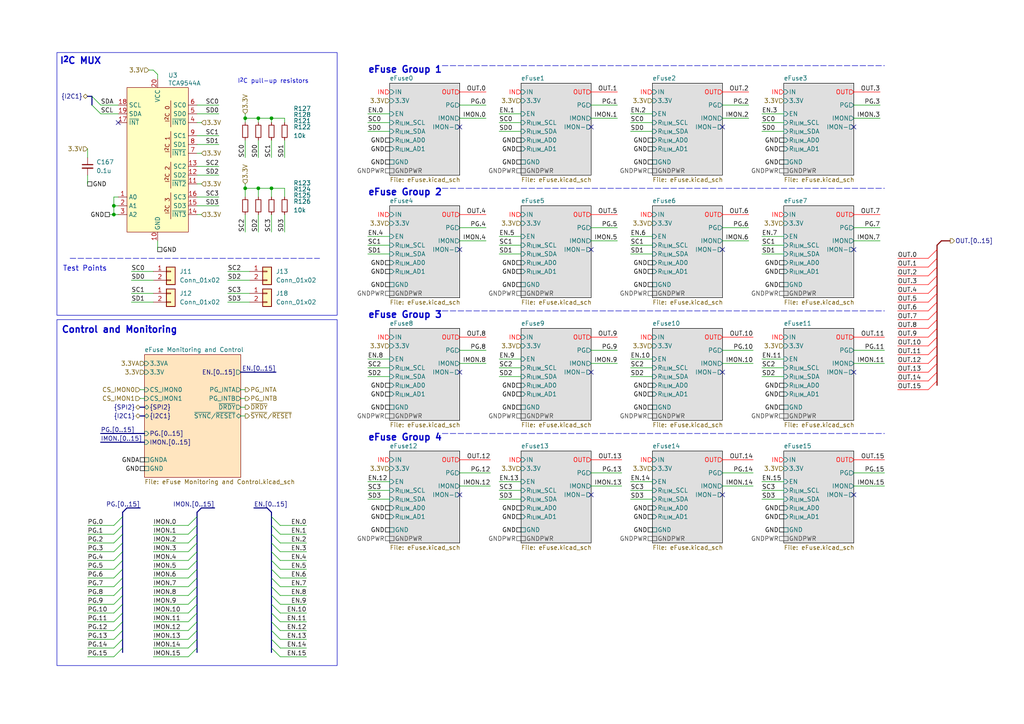
<source format=kicad_sch>
(kicad_sch (version 20250114) (generator "eeschema") (generator_version "9.0")
  (paper "A4")
  (title_block (title "eFuses") (date "2025-04-17") (rev "A") (company "Longhorn Racing") (comment 1 "Changxu Liu, Watts Yasueda"))
  (rectangle (start 16.51 15.24) (end 97.79 91.44))
  (rectangle (start 16.51 92.71) (end 97.79 193.04))
  (text "Test Points" (at 24.638 77.978 0) (effects (font (size 1.5 1.5) (thickness 0.1875))))
  (text "eFuse Group 1" (at 106.68 20.32 0) (effects (font (size 1.905 1.905) (thickness 0.381) (bold yes)) (justify left)))
  (text "I^{2}C pull-up resistors" (at 79.248 23.622 0) (effects (font (size 1.27 1.27))))
  (text "eFuse Group 2\n" (at 106.68 55.88 0) (effects (font (size 1.905 1.905) (thickness 0.381) (bold yes)) (justify left)))
  (text "I^{2}C MUX" (at 23.368 17.78 0) (effects (font (size 1.905 1.905) (thickness 0.381) (bold yes))))
  (text "eFuse Group 3\n" (at 106.68 91.44 0) (effects (font (size 1.905 1.905) (thickness 0.381) (bold yes)) (justify left)))
  (text "Control and Monitoring" (at 17.78 95.758 0) (effects (font (size 1.905 1.905) (thickness 0.381) (bold yes)) (justify left)))
  (text "eFuse Group 4" (at 106.68 127 0) (effects (font (size 1.905 1.905) (thickness 0.381) (bold yes)) (justify left)))
  (junction (at 74.93 34.29))
  (junction (at 71.12 54.61))
  (junction (at 33.02 62.23))
  (junction (at 71.12 34.29))
  (junction (at 78.74 34.29))
  (junction (at 74.93 54.61))
  (junction (at 33.02 59.69))
  (junction (at 78.74 54.61))
  (no_connect (at 209.55 107.95))
  (no_connect (at 133.35 107.95))
  (no_connect (at 247.65 36.83))
  (no_connect (at 209.55 72.39))
  (no_connect (at 133.35 72.39))
  (no_connect (at 247.65 107.95))
  (no_connect (at 171.45 143.51))
  (no_connect (at 171.45 107.95))
  (no_connect (at 247.65 72.39))
  (no_connect (at 171.45 72.39))
  (no_connect (at 133.35 143.51))
  (no_connect (at 209.55 36.83))
  (no_connect (at 209.55 143.51))
  (no_connect (at 247.65 143.51))
  (no_connect (at 34.29 35.56))
  (no_connect (at 171.45 36.83))
  (no_connect (at 133.35 36.83))
  (bus_entry (at 78.74 182.88) (size 2.54 2.54))
  (bus_entry (at 35.56 185.42) (size -2.54 2.54))
  (bus_entry (at 57.15 175.26) (size -2.54 2.54))
  (bus_entry (at 57.15 177.8) (size -2.54 2.54))
  (bus_entry (at 26.67 27.94) (size 2.54 2.54))
  (bus_entry (at 35.56 160.02) (size -2.54 2.54))
  (bus_entry (at 78.74 172.72) (size 2.54 2.54))
  (bus_entry (at 57.15 180.34) (size -2.54 2.54))
  (bus_entry (at 271.78 85.09) (size -2.54 2.54) (stroke (width 0) (color 255 0 0 1)))
  (bus_entry (at 35.56 167.64) (size -2.54 2.54))
  (bus_entry (at 78.74 180.34) (size 2.54 2.54))
  (bus_entry (at 271.78 102.87) (size -2.54 2.54) (stroke (width 0) (color 255 0 0 1)))
  (bus_entry (at 271.78 97.79) (size -2.54 2.54) (stroke (width 0) (color 255 0 0 1)))
  (bus_entry (at 271.78 107.95) (size -2.54 2.54) (stroke (width 0) (color 255 0 0 1)))
  (bus_entry (at 35.56 165.1) (size -2.54 2.54))
  (bus_entry (at 57.15 157.48) (size -2.54 2.54))
  (bus_entry (at 35.56 154.94) (size -2.54 2.54))
  (bus_entry (at 271.78 100.33) (size -2.54 2.54) (stroke (width 0) (color 255 0 0 1)))
  (bus_entry (at 271.78 72.39) (size -2.54 2.54) (stroke (width 0) (color 255 0 0 1)))
  (bus_entry (at 57.15 185.42) (size -2.54 2.54))
  (bus_entry (at 35.56 162.56) (size -2.54 2.54))
  (bus_entry (at 78.74 185.42) (size 2.54 2.54))
  (bus_entry (at 57.15 154.94) (size -2.54 2.54))
  (bus_entry (at 35.56 187.96) (size -2.54 2.54))
  (bus_entry (at 78.74 162.56) (size 2.54 2.54))
  (bus_entry (at 78.74 157.48) (size 2.54 2.54))
  (bus_entry (at 57.15 172.72) (size -2.54 2.54))
  (bus_entry (at 35.56 175.26) (size -2.54 2.54))
  (bus_entry (at 78.74 175.26) (size 2.54 2.54))
  (bus_entry (at 78.74 165.1) (size 2.54 2.54))
  (bus_entry (at 35.56 172.72) (size -2.54 2.54))
  (bus_entry (at 78.74 160.02) (size 2.54 2.54))
  (bus_entry (at 271.78 74.93) (size -2.54 2.54) (stroke (width 0) (color 255 0 0 1)))
  (bus_entry (at 57.15 149.86) (size -2.54 2.54))
  (bus_entry (at 271.78 105.41) (size -2.54 2.54) (stroke (width 0) (color 255 0 0 1)))
  (bus_entry (at 78.74 149.86) (size 2.54 2.54))
  (bus_entry (at 57.15 165.1) (size -2.54 2.54))
  (bus_entry (at 271.78 82.55) (size -2.54 2.54) (stroke (width 0) (color 255 0 0 1)))
  (bus_entry (at 35.56 157.48) (size -2.54 2.54))
  (bus_entry (at 78.74 170.18) (size 2.54 2.54))
  (bus_entry (at 26.67 30.48) (size 2.54 2.54))
  (bus_entry (at 35.56 152.4) (size -2.54 2.54))
  (bus_entry (at 271.78 77.47) (size -2.54 2.54) (stroke (width 0) (color 255 0 0 1)))
  (bus_entry (at 78.74 167.64) (size 2.54 2.54))
  (bus_entry (at 78.74 187.96) (size 2.54 2.54))
  (bus_entry (at 57.15 187.96) (size -2.54 2.54))
  (bus_entry (at 35.56 149.86) (size -2.54 2.54))
  (bus_entry (at 57.15 167.64) (size -2.54 2.54))
  (bus_entry (at 35.56 180.34) (size -2.54 2.54))
  (bus_entry (at 57.15 152.4) (size -2.54 2.54))
  (bus_entry (at 78.74 177.8) (size 2.54 2.54))
  (bus_entry (at 271.78 92.71) (size -2.54 2.54) (stroke (width 0) (color 255 0 0 1)))
  (bus_entry (at 271.78 87.63) (size -2.54 2.54) (stroke (width 0) (color 255 0 0 1)))
  (bus_entry (at 35.56 182.88) (size -2.54 2.54))
  (bus_entry (at 57.15 162.56) (size -2.54 2.54))
  (bus_entry (at 78.74 152.4) (size 2.54 2.54))
  (bus_entry (at 35.56 170.18) (size -2.54 2.54))
  (bus_entry (at 271.78 80.01) (size -2.54 2.54) (stroke (width 0) (color 255 0 0 1)))
  (bus_entry (at 57.15 160.02) (size -2.54 2.54))
  (bus_entry (at 271.78 110.49) (size -2.54 2.54) (stroke (width 0) (color 255 0 0 1)))
  (bus_entry (at 271.78 95.25) (size -2.54 2.54) (stroke (width 0) (color 255 0 0 1)))
  (bus_entry (at 78.74 154.94) (size 2.54 2.54))
  (bus_entry (at 35.56 177.8) (size -2.54 2.54))
  (bus_entry (at 271.78 90.17) (size -2.54 2.54) (stroke (width 0) (color 255 0 0 1)))
  (bus_entry (at 57.15 182.88) (size -2.54 2.54))
  (bus_entry (at 57.15 170.18) (size -2.54 2.54))
  (wire (pts (xy 106.68 35.56) (xy 113.03 35.56)))
  (wire (pts (xy 106.68 139.7) (xy 113.03 139.7)))
  (wire (pts (xy 25.4 187.96) (xy 33.02 187.96)))
  (wire (pts (xy 82.55 62.23) (xy 82.55 67.31)))
  (bus (pts (xy 57.15 165.1) (xy 57.15 167.64)))
  (wire (pts (xy 220.98 106.68) (xy 227.33 106.68)))
  (wire (pts (xy 220.98 104.14) (xy 227.33 104.14)))
  (wire (pts (xy 182.88 68.58) (xy 189.23 68.58)))
  (wire (pts (xy 81.28 162.56) (xy 88.9 162.56)))
  (wire (pts (xy 25.4 172.72) (xy 33.02 172.72)))
  (wire (pts (xy 71.12 34.29) (xy 71.12 35.56)))
  (wire (pts (xy 144.78 144.78) (xy 151.13 144.78)))
  (wire (pts (xy 144.78 139.7) (xy 151.13 139.7)))
  (bus (pts (xy 35.56 149.86) (xy 35.56 148.59)))
  (wire (pts (xy 40.64 113.03) (xy 41.91 113.03)))
  (wire (pts (xy 209.55 66.04) (xy 217.17 66.04)))
  (wire (pts (xy 182.88 104.14) (xy 189.23 104.14)))
  (wire (pts (xy 44.45 180.34) (xy 54.61 180.34)))
  (wire (pts (xy 44.45 185.42) (xy 54.61 185.42)))
  (wire (pts (xy 220.98 144.78) (xy 227.33 144.78)))
  (wire (pts (xy 133.35 66.04) (xy 140.97 66.04)))
  (wire (pts (xy 255.27 62.23) (xy 247.65 62.23)) (stroke (width 0) (color 255 0 0 1)))
  (wire (pts (xy 25.4 43.18) (xy 25.4 45.72)))
  (bus (pts (xy 271.78 71.12) (xy 271.78 72.39)) (stroke (width 0) (color 132 0 0 1)))
  (wire (pts (xy 45.72 69.85) (xy 45.72 72.39)))
  (wire (pts (xy 57.15 48.26) (xy 63.5 48.26)))
  (bus (pts (xy 69.85 107.95) (xy 80.01 107.95)))
  (wire (pts (xy 106.68 71.12) (xy 113.03 71.12)))
  (wire (pts (xy 71.12 113.03) (xy 69.85 113.03)))
  (wire (pts (xy 58.42 62.23) (xy 57.15 62.23)))
  (wire (pts (xy 57.15 41.91) (xy 63.5 41.91)))
  (wire (pts (xy 25.4 190.5) (xy 33.02 190.5)))
  (bus (pts (xy 57.15 162.56) (xy 57.15 165.1)))
  (wire (pts (xy 171.45 140.97) (xy 180.34 140.97)))
  (wire (pts (xy 171.45 133.35) (xy 180.34 133.35)) (stroke (width 0) (color 255 0 0 1)))
  (bus (pts (xy 57.15 148.59) (xy 57.15 149.86)))
  (wire (pts (xy 25.4 154.94) (xy 33.02 154.94)))
  (bus (pts (xy 40.64 118.11) (xy 41.91 118.11)))
  (bus (pts (xy 73.66 147.32) (xy 77.47 147.32)))
  (wire (pts (xy 220.98 38.1) (xy 227.33 38.1)))
  (wire (pts (xy 209.55 30.48) (xy 217.17 30.48)))
  (wire (pts (xy 44.45 190.5) (xy 54.61 190.5)))
  (bus (pts (xy 35.56 175.26) (xy 35.56 172.72)))
  (wire (pts (xy 33.02 59.69) (xy 33.02 57.15)))
  (bus (pts (xy 35.56 162.56) (xy 35.56 160.02)))
  (wire (pts (xy 57.15 33.02) (xy 63.5 33.02)))
  (wire (pts (xy 171.45 137.16) (xy 180.34 137.16)))
  (bus (pts (xy 35.56 170.18) (xy 35.56 167.64)))
  (wire (pts (xy 44.45 162.56) (xy 54.61 162.56)))
  (wire (pts (xy 44.45 182.88) (xy 54.61 182.88)))
  (wire (pts (xy 255.27 34.29) (xy 247.65 34.29)))
  (wire (pts (xy 25.4 175.26) (xy 33.02 175.26)))
  (wire (pts (xy 33.02 62.23) (xy 34.29 62.23)))
  (bus (pts (xy 78.74 157.48) (xy 78.74 160.02)))
  (wire (pts (xy 81.28 177.8) (xy 88.9 177.8)))
  (wire (pts (xy 106.68 68.58) (xy 113.03 68.58)))
  (wire (pts (xy 57.15 50.8) (xy 63.5 50.8)))
  (polyline (pts (xy 128.27 90.17) (xy 256.54 90.17)) (stroke (width 0) (type dash)))
  (bus (pts (xy 36.83 147.32) (xy 40.64 147.32)))
  (wire (pts (xy 144.78 33.02) (xy 151.13 33.02)))
  (wire (pts (xy 58.42 35.56) (xy 57.15 35.56)))
  (wire (pts (xy 133.35 140.97) (xy 142.24 140.97)))
  (wire (pts (xy 260.35 95.25) (xy 269.24 95.25)) (stroke (width 0) (color 255 0 0 1)))
  (wire (pts (xy 209.55 97.79) (xy 218.44 97.79)) (stroke (width 0) (color 255 0 0 1)))
  (wire (pts (xy 171.45 66.04) (xy 179.07 66.04)))
  (wire (pts (xy 133.35 105.41) (xy 140.97 105.41)))
  (bus (pts (xy 273.05 69.85) (xy 271.78 71.12)) (stroke (width 0) (color 132 0 0 1)))
  (wire (pts (xy 81.28 187.96) (xy 88.9 187.96)))
  (wire (pts (xy 260.35 74.93) (xy 269.24 74.93)) (stroke (width 0) (color 255 0 0 1)))
  (wire (pts (xy 106.68 144.78) (xy 113.03 144.78)))
  (bus (pts (xy 271.78 77.47) (xy 271.78 80.01)) (stroke (width 0) (color 132 0 0 1)))
  (bus (pts (xy 35.56 148.59) (xy 36.83 147.32)))
  (wire (pts (xy 133.35 137.16) (xy 142.24 137.16)))
  (bus (pts (xy 57.15 185.42) (xy 57.15 187.96)))
  (wire (pts (xy 171.45 62.23) (xy 179.07 62.23)) (stroke (width 0) (color 255 0 0 1)))
  (wire (pts (xy 209.55 140.97) (xy 218.44 140.97)))
  (wire (pts (xy 182.88 144.78) (xy 189.23 144.78)))
  (wire (pts (xy 74.93 34.29) (xy 74.93 35.56)))
  (wire (pts (xy 57.15 59.69) (xy 63.5 59.69)))
  (bus (pts (xy 57.15 170.18) (xy 57.15 172.72)))
  (bus (pts (xy 35.56 185.42) (xy 35.56 182.88)))
  (bus (pts (xy 57.15 157.48) (xy 57.15 160.02)))
  (bus (pts (xy 57.15 172.72) (xy 57.15 175.26)))
  (wire (pts (xy 44.45 78.74) (xy 38.1 78.74)))
  (bus (pts (xy 29.21 125.73) (xy 41.91 125.73)))
  (wire (pts (xy 69.85 118.11) (xy 71.12 118.11)))
  (bus (pts (xy 35.56 180.34) (xy 35.56 177.8)))
  (wire (pts (xy 71.12 62.23) (xy 71.12 67.31)))
  (wire (pts (xy 209.55 137.16) (xy 218.44 137.16)))
  (wire (pts (xy 81.28 175.26) (xy 88.9 175.26)))
  (wire (pts (xy 29.21 30.48) (xy 34.29 30.48)))
  (bus (pts (xy 57.15 182.88) (xy 57.15 185.42)))
  (wire (pts (xy 58.42 44.45) (xy 57.15 44.45)))
  (wire (pts (xy 182.88 33.02) (xy 189.23 33.02)))
  (bus (pts (xy 271.78 72.39) (xy 271.78 74.93)) (stroke (width 0) (color 132 0 0 1)))
  (bus (pts (xy 271.78 74.93) (xy 271.78 77.47)) (stroke (width 0) (color 132 0 0 1)))
  (wire (pts (xy 247.65 140.97) (xy 256.54 140.97)))
  (wire (pts (xy 81.28 185.42) (xy 88.9 185.42)))
  (wire (pts (xy 217.17 69.85) (xy 209.55 69.85)))
  (wire (pts (xy 182.88 139.7) (xy 189.23 139.7)))
  (wire (pts (xy 260.35 82.55) (xy 269.24 82.55)) (stroke (width 0) (color 255 0 0 1)))
  (wire (pts (xy 71.12 54.61) (xy 74.93 54.61)))
  (wire (pts (xy 82.55 40.64) (xy 82.55 45.72)))
  (wire (pts (xy 133.35 101.6) (xy 140.97 101.6)))
  (wire (pts (xy 133.35 69.85) (xy 140.97 69.85)))
  (wire (pts (xy 81.28 172.72) (xy 88.9 172.72)))
  (bus (pts (xy 57.15 148.59) (xy 58.42 147.32)))
  (wire (pts (xy 78.74 54.61) (xy 82.55 54.61)))
  (wire (pts (xy 182.88 73.66) (xy 189.23 73.66)))
  (wire (pts (xy 144.78 142.24) (xy 151.13 142.24)))
  (wire (pts (xy 217.17 62.23) (xy 209.55 62.23)) (stroke (width 0) (color 255 0 0 1)))
  (bus (pts (xy 57.15 154.94) (xy 57.15 157.48)))
  (bus (pts (xy 29.21 128.27) (xy 41.91 128.27)))
  (wire (pts (xy 25.4 177.8) (xy 33.02 177.8)))
  (bus (pts (xy 78.74 187.96) (xy 78.74 189.23)))
  (wire (pts (xy 72.39 78.74) (xy 66.04 78.74)))
  (bus (pts (xy 57.15 177.8) (xy 57.15 180.34)))
  (wire (pts (xy 44.45 154.94) (xy 54.61 154.94)))
  (wire (pts (xy 81.28 160.02) (xy 88.9 160.02)))
  (wire (pts (xy 72.39 81.28) (xy 66.04 81.28)))
  (wire (pts (xy 260.35 92.71) (xy 269.24 92.71)) (stroke (width 0) (color 255 0 0 1)))
  (wire (pts (xy 171.45 30.48) (xy 179.07 30.48)))
  (wire (pts (xy 260.35 100.33) (xy 269.24 100.33)) (stroke (width 0) (color 255 0 0 1)))
  (wire (pts (xy 44.45 85.09) (xy 38.1 85.09)))
  (wire (pts (xy 81.28 157.48) (xy 88.9 157.48)))
  (bus (pts (xy 78.74 162.56) (xy 78.74 165.1)))
  (wire (pts (xy 74.93 54.61) (xy 74.93 57.15)))
  (wire (pts (xy 106.68 109.22) (xy 113.03 109.22)))
  (wire (pts (xy 255.27 69.85) (xy 247.65 69.85)))
  (wire (pts (xy 25.4 162.56) (xy 33.02 162.56)))
  (bus (pts (xy 35.56 157.48) (xy 35.56 154.94)))
  (wire (pts (xy 44.45 167.64) (xy 54.61 167.64)))
  (bus (pts (xy 57.15 180.34) (xy 57.15 182.88)))
  (bus (pts (xy 78.74 165.1) (xy 78.74 167.64)))
  (wire (pts (xy 44.45 187.96) (xy 54.61 187.96)))
  (polyline (pts (xy 20.32 74.93) (xy 92.71 74.93)) (stroke (width 0) (type dash)))
  (wire (pts (xy 29.21 33.02) (xy 34.29 33.02)))
  (wire (pts (xy 44.45 172.72) (xy 54.61 172.72)))
  (wire (pts (xy 133.35 62.23) (xy 140.97 62.23)) (stroke (width 0) (color 255 0 0 1)))
  (wire (pts (xy 71.12 34.29) (xy 74.93 34.29)))
  (wire (pts (xy 106.68 38.1) (xy 113.03 38.1)))
  (wire (pts (xy 133.35 133.35) (xy 142.24 133.35)) (stroke (width 0) (color 255 0 0 1)))
  (bus (pts (xy 271.78 102.87) (xy 271.78 105.41)) (stroke (width 0) (color 132 0 0 1)))
  (bus (pts (xy 271.78 80.01) (xy 271.78 82.55)) (stroke (width 0) (color 132 0 0 1)))
  (wire (pts (xy 247.65 137.16) (xy 256.54 137.16)))
  (wire (pts (xy 78.74 54.61) (xy 78.74 57.15)))
  (bus (pts (xy 78.74 160.02) (xy 78.74 162.56)))
  (wire (pts (xy 182.88 38.1) (xy 189.23 38.1)))
  (wire (pts (xy 220.98 68.58) (xy 227.33 68.58)))
  (wire (pts (xy 74.93 54.61) (xy 78.74 54.61)))
  (wire (pts (xy 78.74 34.29) (xy 82.55 34.29)))
  (wire (pts (xy 209.55 105.41) (xy 218.44 105.41)))
  (wire (pts (xy 247.65 133.35) (xy 256.54 133.35)) (stroke (width 0) (color 255 0 0 1)))
  (wire (pts (xy 81.28 165.1) (xy 88.9 165.1)))
  (bus (pts (xy 35.56 187.96) (xy 35.56 185.42)))
  (wire (pts (xy 144.78 73.66) (xy 151.13 73.66)))
  (wire (pts (xy 71.12 54.61) (xy 71.12 57.15)))
  (bus (pts (xy 271.78 97.79) (xy 271.78 100.33)) (stroke (width 0) (color 132 0 0 1)))
  (wire (pts (xy 81.28 182.88) (xy 88.9 182.88)))
  (bus (pts (xy 57.15 152.4) (xy 57.15 154.94)))
  (wire (pts (xy 81.28 180.34) (xy 88.9 180.34)))
  (polyline (pts (xy 128.27 19.05) (xy 256.54 19.05)) (stroke (width 0) (type dash)))
  (wire (pts (xy 144.78 35.56) (xy 151.13 35.56)))
  (wire (pts (xy 71.12 115.57) (xy 69.85 115.57)))
  (bus (pts (xy 78.74 149.86) (xy 78.74 152.4)))
  (wire (pts (xy 220.98 139.7) (xy 227.33 139.7)))
  (wire (pts (xy 45.72 22.86) (xy 45.72 21.59)))
  (wire (pts (xy 217.17 34.29) (xy 209.55 34.29)))
  (wire (pts (xy 260.35 85.09) (xy 269.24 85.09)) (stroke (width 0) (color 255 0 0 1)))
  (bus (pts (xy 57.15 160.02) (xy 57.15 162.56)))
  (wire (pts (xy 33.02 57.15) (xy 34.29 57.15)))
  (wire (pts (xy 74.93 40.64) (xy 74.93 45.72)))
  (wire (pts (xy 25.4 185.42) (xy 33.02 185.42)))
  (wire (pts (xy 209.55 101.6) (xy 218.44 101.6)))
  (wire (pts (xy 25.4 160.02) (xy 33.02 160.02)))
  (bus (pts (xy 35.56 187.96) (xy 35.56 189.23)))
  (bus (pts (xy 78.74 175.26) (xy 78.74 177.8)))
  (polyline (pts (xy 128.27 125.73) (xy 256.54 125.73)) (stroke (width 0) (type dash)))
  (wire (pts (xy 44.45 152.4) (xy 54.61 152.4)))
  (bus (pts (xy 78.74 167.64) (xy 78.74 170.18)))
  (bus (pts (xy 78.74 170.18) (xy 78.74 172.72)))
  (bus (pts (xy 57.15 167.64) (xy 57.15 170.18)))
  (wire (pts (xy 144.78 104.14) (xy 151.13 104.14)))
  (wire (pts (xy 31.75 62.23) (xy 33.02 62.23)))
  (wire (pts (xy 106.68 104.14) (xy 113.03 104.14)))
  (wire (pts (xy 44.45 87.63) (xy 38.1 87.63)))
  (wire (pts (xy 44.45 20.32) (xy 45.72 21.59)))
  (wire (pts (xy 247.65 97.79) (xy 256.54 97.79)) (stroke (width 0) (color 255 0 0 1)))
  (wire (pts (xy 78.74 34.29) (xy 78.74 35.56)))
  (bus (pts (xy 77.47 147.32) (xy 78.74 148.59)))
  (wire (pts (xy 144.78 68.58) (xy 151.13 68.58)))
  (wire (pts (xy 58.42 53.34) (xy 57.15 53.34)))
  (wire (pts (xy 43.18 20.32) (xy 44.45 20.32)))
  (wire (pts (xy 255.27 26.67) (xy 247.65 26.67)) (stroke (width 0) (color 255 0 0 1)))
  (wire (pts (xy 106.68 106.68) (xy 113.03 106.68)))
  (wire (pts (xy 106.68 142.24) (xy 113.03 142.24)))
  (wire (pts (xy 78.74 40.64) (xy 78.74 45.72)))
  (wire (pts (xy 72.39 85.09) (xy 66.04 85.09)))
  (bus (pts (xy 35.56 154.94) (xy 35.56 152.4)))
  (wire (pts (xy 25.4 167.64) (xy 33.02 167.64)))
  (wire (pts (xy 74.93 62.23) (xy 74.93 67.31)))
  (wire (pts (xy 25.4 182.88) (xy 33.02 182.88)))
  (bus (pts (xy 78.74 182.88) (xy 78.74 185.42)))
  (wire (pts (xy 44.45 177.8) (xy 54.61 177.8)))
  (wire (pts (xy 133.35 34.29) (xy 140.97 34.29)))
  (wire (pts (xy 74.93 34.29) (xy 78.74 34.29)))
  (wire (pts (xy 260.35 90.17) (xy 269.24 90.17)) (stroke (width 0) (color 255 0 0 1)))
  (wire (pts (xy 81.28 152.4) (xy 88.9 152.4)))
  (wire (pts (xy 133.35 30.48) (xy 140.97 30.48)))
  (wire (pts (xy 44.45 165.1) (xy 54.61 165.1)))
  (wire (pts (xy 247.65 105.41) (xy 256.54 105.41)))
  (bus (pts (xy 58.42 147.32) (xy 62.23 147.32)))
  (bus (pts (xy 271.78 105.41) (xy 271.78 107.95)) (stroke (width 0) (color 132 0 0 1)))
  (wire (pts (xy 81.28 170.18) (xy 88.9 170.18)))
  (wire (pts (xy 220.98 33.02) (xy 227.33 33.02)))
  (wire (pts (xy 81.28 154.94) (xy 88.9 154.94)))
  (bus (pts (xy 271.78 82.55) (xy 271.78 85.09)) (stroke (width 0) (color 132 0 0 1)))
  (bus (pts (xy 57.15 175.26) (xy 57.15 177.8)))
  (bus (pts (xy 271.78 92.71) (xy 271.78 95.25)) (stroke (width 0) (color 132 0 0 1)))
  (bus (pts (xy 271.78 107.95) (xy 271.78 110.49)) (stroke (width 0) (color 132 0 0 1)))
  (wire (pts (xy 209.55 133.35) (xy 218.44 133.35)) (stroke (width 0) (color 255 0 0 1)))
  (wire (pts (xy 171.45 26.67) (xy 179.07 26.67)) (stroke (width 0) (color 255 0 0 1)))
  (wire (pts (xy 57.15 30.48) (xy 63.5 30.48)))
  (wire (pts (xy 82.55 34.29) (xy 82.55 35.56)))
  (wire (pts (xy 72.39 87.63) (xy 66.04 87.63)))
  (wire (pts (xy 220.98 71.12) (xy 227.33 71.12)))
  (wire (pts (xy 260.35 87.63) (xy 269.24 87.63)) (stroke (width 0) (color 255 0 0 1)))
  (wire (pts (xy 220.98 142.24) (xy 227.33 142.24)))
  (wire (pts (xy 33.02 59.69) (xy 34.29 59.69)))
  (wire (pts (xy 25.4 50.8) (xy 25.4 53.34)))
  (bus (pts (xy 271.78 110.49) (xy 271.78 111.76)) (stroke (width 0) (color 132 0 0 1)))
  (wire (pts (xy 25.4 170.18) (xy 33.02 170.18)))
  (wire (pts (xy 81.28 190.5) (xy 88.9 190.5)))
  (wire (pts (xy 247.65 101.6) (xy 256.54 101.6)))
  (wire (pts (xy 182.88 106.68) (xy 189.23 106.68)))
  (wire (pts (xy 144.78 109.22) (xy 151.13 109.22)))
  (wire (pts (xy 260.35 105.41) (xy 269.24 105.41)) (stroke (width 0) (color 255 0 0 1)))
  (bus (pts (xy 78.74 172.72) (xy 78.74 175.26)))
  (wire (pts (xy 179.07 69.85) (xy 171.45 69.85)))
  (wire (pts (xy 260.35 97.79) (xy 269.24 97.79)) (stroke (width 0) (color 255 0 0 1)))
  (wire (pts (xy 182.88 71.12) (xy 189.23 71.12)))
  (bus (pts (xy 271.78 100.33) (xy 271.78 102.87)) (stroke (width 0) (color 132 0 0 1)))
  (bus (pts (xy 25.4 27.94) (xy 26.67 27.94)))
  (wire (pts (xy 220.98 35.56) (xy 227.33 35.56)))
  (wire (pts (xy 260.35 113.03) (xy 269.24 113.03)) (stroke (width 0) (color 255 0 0 1)))
  (wire (pts (xy 260.35 80.01) (xy 269.24 80.01)) (stroke (width 0) (color 255 0 0 1)))
  (wire (pts (xy 33.02 59.69) (xy 33.02 62.23)))
  (wire (pts (xy 260.35 107.95) (xy 269.24 107.95)) (stroke (width 0) (color 255 0 0 1)))
  (bus (pts (xy 78.74 180.34) (xy 78.74 182.88)))
  (bus (pts (xy 78.74 177.8) (xy 78.74 180.34)))
  (wire (pts (xy 260.35 77.47) (xy 269.24 77.47)) (stroke (width 0) (color 255 0 0 1)))
  (wire (pts (xy 25.4 180.34) (xy 33.02 180.34)))
  (wire (pts (xy 106.68 73.66) (xy 113.03 73.66)))
  (bus (pts (xy 271.78 85.09) (xy 271.78 87.63)) (stroke (width 0) (color 132 0 0 1)))
  (polyline (pts (xy 128.27 54.61) (xy 256.54 54.61)) (stroke (width 0) (type dash)))
  (wire (pts (xy 71.12 33.02) (xy 71.12 34.29)))
  (wire (pts (xy 25.4 165.1) (xy 33.02 165.1)))
  (wire (pts (xy 25.4 152.4) (xy 33.02 152.4)))
  (wire (pts (xy 179.07 105.41) (xy 171.45 105.41)))
  (bus (pts (xy 271.78 87.63) (xy 271.78 90.17)) (stroke (width 0) (color 132 0 0 1)))
  (wire (pts (xy 182.88 142.24) (xy 189.23 142.24)))
  (wire (pts (xy 71.12 40.64) (xy 71.12 45.72)))
  (wire (pts (xy 44.45 81.28) (xy 38.1 81.28)))
  (wire (pts (xy 144.78 106.68) (xy 151.13 106.68)))
  (wire (pts (xy 44.45 175.26) (xy 54.61 175.26)))
  (bus (pts (xy 271.78 90.17) (xy 271.78 92.71)) (stroke (width 0) (color 132 0 0 1)))
  (bus (pts (xy 57.15 149.86) (xy 57.15 152.4)))
  (wire (pts (xy 217.17 26.67) (xy 209.55 26.67)) (stroke (width 0) (color 255 0 0 1)))
  (wire (pts (xy 171.45 101.6) (xy 179.07 101.6)))
  (wire (pts (xy 144.78 38.1) (xy 151.13 38.1)))
  (bus (pts (xy 35.56 182.88) (xy 35.56 180.34)))
  (wire (pts (xy 220.98 109.22) (xy 227.33 109.22)))
  (bus (pts (xy 40.64 120.65) (xy 41.91 120.65)))
  (bus (pts (xy 35.56 165.1) (xy 35.56 162.56)))
  (bus (pts (xy 35.56 152.4) (xy 35.56 149.86)))
  (bus (pts (xy 35.56 172.72) (xy 35.56 170.18)))
  (bus (pts (xy 78.74 148.59) (xy 78.74 149.86)))
  (wire (pts (xy 44.45 160.02) (xy 54.61 160.02)))
  (bus (pts (xy 35.56 177.8) (xy 35.56 175.26)))
  (wire (pts (xy 40.64 115.57) (xy 41.91 115.57)))
  (wire (pts (xy 82.55 54.61) (xy 82.55 57.15)))
  (wire (pts (xy 182.88 109.22) (xy 189.23 109.22)))
  (wire (pts (xy 220.98 73.66) (xy 227.33 73.66)))
  (wire (pts (xy 247.65 66.04) (xy 255.27 66.04)))
  (wire (pts (xy 133.35 26.67) (xy 140.97 26.67)) (stroke (width 0) (color 255 0 0 1)))
  (wire (pts (xy 133.35 97.79) (xy 140.97 97.79)) (stroke (width 0) (color 255 0 0 1)))
  (wire (pts (xy 69.85 120.65) (xy 71.12 120.65)))
  (wire (pts (xy 81.28 167.64) (xy 88.9 167.64)))
  (wire (pts (xy 57.15 57.15) (xy 63.5 57.15)))
  (wire (pts (xy 57.15 39.37) (xy 63.5 39.37)))
  (wire (pts (xy 106.68 33.02) (xy 113.03 33.02)))
  (bus (pts (xy 78.74 185.42) (xy 78.74 187.96)))
  (wire (pts (xy 71.12 53.34) (xy 71.12 54.61)))
  (bus (pts (xy 78.74 152.4) (xy 78.74 154.94)))
  (bus (pts (xy 78.74 154.94) (xy 78.74 157.48)))
  (bus (pts (xy 26.67 27.94) (xy 26.67 30.48)))
  (wire (pts (xy 260.35 110.49) (xy 269.24 110.49)) (stroke (width 0) (color 255 0 0 1)))
  (wire (pts (xy 78.74 62.23) (xy 78.74 67.31)))
  (wire (pts (xy 182.88 35.56) (xy 189.23 35.56)))
  (bus (pts (xy 273.05 69.85) (xy 275.59 69.85)) (stroke (width 0) (color 132 0 0 1)))
  (wire (pts (xy 144.78 71.12) (xy 151.13 71.12)))
  (bus (pts (xy 57.15 187.96) (xy 57.15 189.23)))
  (wire (pts (xy 44.45 157.48) (xy 54.61 157.48)))
  (wire (pts (xy 260.35 102.87) (xy 269.24 102.87)) (stroke (width 0) (color 255 0 0 1)))
  (wire (pts (xy 247.65 30.48) (xy 255.27 30.48)))
  (wire (pts (xy 179.07 34.29) (xy 171.45 34.29)))
  (bus (pts (xy 271.78 95.25) (xy 271.78 97.79)) (stroke (width 0) (color 132 0 0 1)))
  (wire (pts (xy 171.45 97.79) (xy 179.07 97.79)) (stroke (width 0) (color 255 0 0 1)))
  (bus (pts (xy 35.56 160.02) (xy 35.56 157.48)))
  (wire (pts (xy 25.4 157.48) (xy 33.02 157.48)))
  (bus (pts (xy 35.56 167.64) (xy 35.56 165.1)))
  (wire (pts (xy 44.45 170.18) (xy 54.61 170.18)))
  (label "EN.14" (at 182.88 139.7 0))
  (label "IMON.15" (at 256.54 140.97 180))
  (label "IMON.6" (at 217.17 69.85 180))
  (label "IMON.3" (at 44.45 160.02 0))
  (label "EN.10" (at 182.88 104.14 0))
  (label "SC3" (at 144.78 142.24 0))
  (label "SD1" (at 144.78 73.66 0))
  (label "IMON.2" (at 44.45 157.48 0))
  (label "IMON.[0..15]" (at 62.23 147.32 180))
  (label "SD3" (at 66.04 87.63 0))
  (label "SD0" (at 63.5 33.02 180))
  (label "OUT.14" (at 260.35 110.49 0))
  (label "PG.13" (at 25.4 185.42 0))
  (label "SC2" (at 66.04 78.74 0))
  (label "PG.12" (at 25.4 182.88 0))
  (label "SD3" (at 220.98 144.78 0))
  (label "PG.10" (at 25.4 177.8 0))
  (label "SC3" (at 78.74 67.31 90))
  (label "SD2" (at 63.5 50.8 180))
  (label "PG.1" (at 25.4 154.94 0))
  (label "SC1" (at 38.1 85.09 0))
  (label "SD0" (at 106.68 38.1 0))
  (label "SD2" (at 144.78 109.22 0))
  (label "IMON.2" (at 217.17 34.29 180))
  (label "IMON.11" (at 256.54 105.41 180))
  (label "IMON.8" (at 140.97 105.41 180))
  (label "PG.1" (at 179.07 30.48 180))
  (label "SC0" (at 182.88 35.56 0))
  (label "SD1" (at 82.55 45.72 90))
  (label "OUT.13" (at 260.35 107.95 0))
  (label "OUT.14" (at 218.44 133.35 180))
  (label "IMON.1" (at 179.07 34.29 180))
  (label "EN.0" (at 88.9 152.4 180))
  (label "EN.2" (at 182.88 33.02 0))
  (label "EN.8" (at 88.9 172.72 180))
  (label "PG.[0..15]" (at 40.64 147.32 180))
  (label "OUT.7" (at 260.35 92.71 0))
  (label "SC0" (at 71.12 45.72 90))
  (label "EN.13" (at 88.9 185.42 180))
  (label "SD0" (at 182.88 38.1 0))
  (label "PG.13" (at 180.34 137.16 180))
  (label "PG.3" (at 25.4 160.02 0))
  (label "SC1" (at 78.74 45.72 90))
  (label "SD0" (at 220.98 38.1 0))
  (label "OUT.7" (at 255.27 62.23 180))
  (label "SC0" (at 38.1 78.74 0))
  (label "EN.15" (at 220.98 139.7 0))
  (label "IMON.14" (at 218.44 140.97 180))
  (label "PG.7" (at 255.27 66.04 180))
  (label "SC0" (at 220.98 35.56 0))
  (label "OUT.5" (at 179.07 62.23 180))
  (label "EN.9" (at 144.78 104.14 0))
  (label "EN.12" (at 88.9 182.88 180))
  (label "SC1" (at 144.78 71.12 0))
  (label "SC0" (at 106.68 35.56 0))
  (label "EN.8" (at 106.68 104.14 0))
  (label "OUT.13" (at 180.34 133.35 180))
  (label "EN.13" (at 144.78 139.7 0))
  (label "PG.8" (at 25.4 172.72 0))
  (label "IMON.8" (at 44.45 172.72 0))
  (label "OUT.2" (at 260.35 80.01 0))
  (label "IMON.5" (at 44.45 165.1 0))
  (label "SD3" (at 63.5 59.69 180))
  (label "OUT.15" (at 260.35 113.03 0))
  (label "EN.4" (at 106.68 68.58 0))
  (label "IMON.6" (at 44.45 167.64 0))
  (label "IMON.1" (at 44.45 154.94 0))
  (label "PG.3" (at 255.27 30.48 180))
  (label "PG.10" (at 218.44 101.6 180))
  (label "IMON.10" (at 218.44 105.41 180))
  (label "IMON.0" (at 140.97 34.29 180))
  (label "OUT.5" (at 260.35 87.63 0))
  (label "EN.5" (at 88.9 165.1 180))
  (label "PG.2" (at 25.4 157.48 0))
  (label "IMON.5" (at 179.07 69.85 180))
  (label "OUT.12" (at 142.24 133.35 180))
  (label "EN.3" (at 220.98 33.02 0))
  (label "OUT.9" (at 179.07 97.79 180))
  (label "IMON.15" (at 44.45 190.5 0))
  (label "IMON.14" (at 44.45 187.96 0))
  (label "EN.4" (at 88.9 162.56 180))
  (label "IMON.12" (at 142.24 140.97 180))
  (label "PG.15" (at 256.54 137.16 180))
  (label "IMON.0" (at 44.45 152.4 0))
  (label "OUT.1" (at 179.07 26.67 180))
  (label "SD3" (at 182.88 144.78 0))
  (label "EN.15" (at 88.9 190.5 180))
  (label "SD0" (at 74.93 45.72 90))
  (label "PG.4" (at 25.4 162.56 0))
  (label "EN.6" (at 88.9 167.64 180))
  (label "EN.10" (at 88.9 177.8 180))
  (label "PG.8" (at 140.97 101.6 180))
  (label "OUT.3" (at 260.35 82.55 0))
  (label "SC2" (at 63.5 48.26 180))
  (label "PG.[0..15]" (at 29.21 125.73 0))
  (label "IMON.4" (at 140.97 69.85 180))
  (label "OUT.6" (at 217.17 62.23 180))
  (label "PG.6" (at 25.4 167.64 0))
  (label "IMON.11" (at 44.45 180.34 0))
  (label "SC0" (at 144.78 35.56 0))
  (label "IMON.10" (at 44.45 177.8 0))
  (label "PG.11" (at 25.4 180.34 0))
  (label "OUT.4" (at 260.35 85.09 0))
  (label "IMON.[0..15]" (at 29.21 128.27 0))
  (label "IMON.7" (at 255.27 69.85 180))
  (label "SD3" (at 82.55 67.31 90))
  (label "PG.2" (at 217.17 30.48 180))
  (label "OUT.15" (at 256.54 133.35 180))
  (label "SC3" (at 63.5 57.15 180))
  (label "PG.9" (at 179.07 101.6 180))
  (label "SC3" (at 66.04 85.09 0))
  (label "PG.0" (at 140.97 30.48 180))
  (label "SC3" (at 182.88 142.24 0))
  (label "PG.14" (at 25.4 187.96 0))
  (label "PG.11" (at 256.54 101.6 180))
  (label "OUT.2" (at 217.17 26.67 180))
  (label "SD1" (at 38.1 87.63 0))
  (label "EN.7" (at 88.9 170.18 180))
  (label "SC2" (at 182.88 106.68 0))
  (label "SDA" (at 29.21 30.48 0))
  (label "EN.[0..15]" (at 80.01 107.95 180))
  (label "SC2" (at 106.68 106.68 0))
  (label "OUT.6" (at 260.35 90.17 0))
  (label "SC0" (at 63.5 30.48 180))
  (label "OUT.12" (at 260.35 105.41 0))
  (label "IMON.3" (at 255.27 34.29 180))
  (label "EN.11" (at 220.98 104.14 0))
  (label "OUT.10" (at 218.44 97.79 180))
  (label "SC2" (at 71.12 67.31 90))
  (label "SD2" (at 74.93 67.31 90))
  (label "EN.6" (at 182.88 68.58 0))
  (label "PG.7" (at 25.4 170.18 0))
  (label "EN.14" (at 88.9 187.96 180))
  (label "SD1" (at 63.5 41.91 180))
  (label "SD1" (at 182.88 73.66 0))
  (label "OUT.1" (at 260.35 77.47 0))
  (label "SD2" (at 66.04 81.28 0))
  (label "SC3" (at 220.98 142.24 0))
  (label "SCL" (at 29.21 33.02 0))
  (label "PG.15" (at 25.4 190.5 0))
  (label "SC1" (at 106.68 71.12 0))
  (label "SD0" (at 38.1 81.28 0))
  (label "EN.[0..15]" (at 73.66 147.32 0))
  (label "PG.9" (at 25.4 175.26 0))
  (label "SC1" (at 63.5 39.37 180))
  (label "SD3" (at 144.78 144.78 0))
  (label "SC3" (at 106.68 142.24 0))
  (label "EN.12" (at 106.68 139.7 0))
  (label "IMON.9" (at 179.07 105.41 180))
  (label "SC2" (at 220.98 106.68 0))
  (label "OUT.11" (at 256.54 97.79 180))
  (label "OUT.8" (at 140.97 97.79 180))
  (label "SC1" (at 182.88 71.12 0))
  (label "IMON.13" (at 44.45 185.42 0))
  (label "OUT.11" (at 260.35 102.87 0))
  (label "EN.9" (at 88.9 175.26 180))
  (label "EN.1" (at 88.9 154.94 180))
  (label "SC1" (at 220.98 71.12 0))
  (label "OUT.10" (at 260.35 100.33 0))
  (label "EN.7" (at 220.98 68.58 0))
  (label "OUT.0" (at 260.35 74.93 0))
  (label "IMON.7" (at 44.45 170.18 0))
  (label "SC2" (at 144.78 106.68 0))
  (label "SD1" (at 106.68 73.66 0))
  (label "EN.5" (at 144.78 68.58 0))
  (label "PG.5" (at 25.4 165.1 0))
  (label "IMON.4" (at 44.45 162.56 0))
  (label "PG.5" (at 179.07 66.04 180))
  (label "SD3" (at 106.68 144.78 0))
  (label "SD2" (at 182.88 109.22 0))
  (label "EN.3" (at 88.9 160.02 180))
  (label "OUT.0" (at 140.97 26.67 180))
  (label "EN.1" (at 144.78 33.02 0))
  (label "PG.4" (at 140.97 66.04 180))
  (label "SD0" (at 144.78 38.1 0))
  (label "EN.0" (at 106.68 33.02 0))
  (label "IMON.12" (at 44.45 182.88 0))
  (label "PG.14" (at 218.44 137.16 180))
  (label "OUT.8" (at 260.35 95.25 0))
  (label "OUT.4" (at 140.97 62.23 180))
  (label "SD2" (at 106.68 109.22 0))
  (label "EN.11" (at 88.9 180.34 180))
  (label "PG.6" (at 217.17 66.04 180))
  (label "OUT.9" (at 260.35 97.79 0))
  (label "IMON.13" (at 180.34 140.97 180))
  (label "PG.12" (at 142.24 137.16 180))
  (label "EN.2" (at 88.9 157.48 180))
  (label "SD1" (at 220.98 73.66 0))
  (label "OUT.3" (at 255.27 26.67 180))
  (label "SD2" (at 220.98 109.22 0))
  (label "PG.0" (at 25.4 152.4 0))
  (label "IMON.9" (at 44.45 175.26 0))
  (hierarchical_label "3.3V" (shape input) (at 113.03 100.33 180))
  (hierarchical_label "IN" (shape input) (at 189.23 133.35 180))
  (hierarchical_label "3.3V" (shape input) (at 58.42 44.45 0))
  (hierarchical_label "GND" (shape passive) (at 113.03 149.86 180))
  (hierarchical_label "GND" (shape passive) (at 189.23 149.86 180))
  (hierarchical_label "GND" (shape passive) (at 113.03 147.32 180))
  (hierarchical_label "GNDPWR" (shape passive) (at 227.33 49.53 180))
  (hierarchical_label "GND" (shape passive) (at 227.33 153.67 180))
  (hierarchical_label "3.3V" (shape input) (at 113.03 135.89 180))
  (hierarchical_label "PG_INTA" (shape output) (at 71.12 113.03 0))
  (hierarchical_label "GNDPWR" (shape passive) (at 113.03 85.09 180))
  (hierarchical_label "GND" (shape passive) (at 189.23 78.74 180))
  (hierarchical_label "GNDPWR" (shape passive) (at 151.13 156.21 180))
  (hierarchical_label "3.3V" (shape input) (at 41.91 107.95 180))
  (hierarchical_label "GND" (shape passive) (at 189.23 153.67 180))
  (hierarchical_label "IN" (shape input) (at 189.23 62.23 180))
  (hierarchical_label "IN" (shape input) (at 113.03 26.67 180))
  (hierarchical_label "GNDA" (shape passive) (at 41.91 133.35 180))
  (hierarchical_label "GND" (shape passive) (at 151.13 43.18 180))
  (hierarchical_label "GND" (shape passive) (at 227.33 149.86 180))
  (hierarchical_label "IN" (shape input) (at 151.13 97.79 180))
  (hierarchical_label "3.3V" (shape input) (at 58.42 35.56 0))
  (hierarchical_label "GND" (shape passive) (at 113.03 153.67 180))
  (hierarchical_label "GND" (shape passive) (at 227.33 114.3 180))
  (hierarchical_label "3.3V" (shape input) (at 71.12 33.02 90))
  (hierarchical_label "GND" (shape passive) (at 113.03 76.2 180))
  (hierarchical_label "GND" (shape passive) (at 113.03 43.18 180))
  (hierarchical_label "GNDPWR" (shape passive) (at 151.13 120.65 180))
  (hierarchical_label "GNDPWR" (shape passive) (at 113.03 120.65 180))
  (hierarchical_label "GND" (shape passive) (at 189.23 118.11 180))
  (hierarchical_label "IN" (shape input) (at 227.33 26.67 180))
  (hierarchical_label "IN" (shape input) (at 227.33 97.79 180))
  (hierarchical_label "GND" (shape passive) (at 227.33 147.32 180))
  (hierarchical_label "GND" (shape passive) (at 25.4 53.34 0))
  (hierarchical_label "~{DRDY}" (shape output) (at 71.12 118.11 0))
  (hierarchical_label "GND" (shape passive) (at 189.23 46.99 180))
  (hierarchical_label "GND" (shape passive) (at 113.03 118.11 180))
  (hierarchical_label "GNDPWR" (shape passive) (at 189.23 156.21 180))
  (hierarchical_label "GND" (shape passive) (at 113.03 40.64 180))
  (hierarchical_label "GNDPWR" (shape passive) (at 113.03 49.53 180))
  (hierarchical_label "GND" (shape passive) (at 151.13 40.64 180))
  (hierarchical_label "3.3V" (shape input) (at 151.13 135.89 180))
  (hierarchical_label "GND" (shape passive) (at 227.33 40.64 180))
  (hierarchical_label "GND" (shape passive) (at 151.13 82.55 180))
  (hierarchical_label "GND" (shape passive) (at 189.23 111.76 180))
  (hierarchical_label "3.3V" (shape input) (at 71.12 53.34 90))
  (hierarchical_label "GNDPWR" (shape passive) (at 227.33 120.65 180))
  (hierarchical_label "3.3V" (shape input) (at 25.4 43.18 180))
  (hierarchical_label "IN" (shape input) (at 189.23 26.67 180))
  (hierarchical_label "GND" (shape passive) (at 189.23 147.32 180))
  (hierarchical_label "CS_IMON0" (shape input) (at 40.64 113.03 180))
  (hierarchical_label "GND" (shape passive) (at 113.03 114.3 180))
  (hierarchical_label "~{SYNC}{slash}~{RESET}" (shape output) (at 71.12 120.65 0))
  (hierarchical_label "GND" (shape passive) (at 113.03 82.55 180))
  (hierarchical_label "GNDPWR" (shape passive) (at 151.13 85.09 180))
  (hierarchical_label "GND" (shape passive) (at 113.03 111.76 180))
  (hierarchical_label "GND" (shape passive) (at 151.13 76.2 180))
  (hierarchical_label "3.3V" (shape input) (at 151.13 29.21 180))
  (hierarchical_label "GND" (shape passive) (at 151.13 153.67 180))
  (hierarchical_label "GNDPWR" (shape passive) (at 113.03 156.21 180))
  (hierarchical_label "3.3V" (shape input) (at 189.23 29.21 180))
  (hierarchical_label "3.3V" (shape input) (at 227.33 29.21 180))
  (hierarchical_label "3.3V" (shape input) (at 151.13 100.33 180))
  (hierarchical_label "GNDPWR" (shape passive) (at 151.13 49.53 180))
  (hierarchical_label "GND" (shape passive) (at 189.23 76.2 180))
  (hierarchical_label "GND" (shape passive) (at 113.03 46.99 180))
  (hierarchical_label "GND" (shape passive) (at 189.23 82.55 180))
  (hierarchical_label "IN" (shape input) (at 151.13 133.35 180))
  (hierarchical_label "CS_IMON1" (shape input) (at 40.64 115.57 180))
  (hierarchical_label "GNDPWR" (shape passive) (at 227.33 156.21 180))
  (hierarchical_label "GNDPWR" (shape passive) (at 227.33 85.09 180))
  (hierarchical_label "GND" (shape passive) (at 151.13 111.76 180))
  (hierarchical_label "3.3V" (shape input) (at 189.23 135.89 180))
  (hierarchical_label "3.3V" (shape input) (at 227.33 64.77 180))
  (hierarchical_label "IN" (shape input) (at 189.23 97.79 180))
  (hierarchical_label "GND" (shape passive) (at 151.13 78.74 180))
  (hierarchical_label "3.3V" (shape input) (at 58.42 53.34 0))
  (hierarchical_label "IN" (shape input) (at 227.33 62.23 180))
  (hierarchical_label "GND" (shape passive) (at 227.33 76.2 180))
  (hierarchical_label "GND" (shape passive) (at 151.13 118.11 180))
  (hierarchical_label "IN" (shape input) (at 113.03 133.35 180))
  (hierarchical_label "GND" (shape passive) (at 41.91 135.89 180))
  (hierarchical_label "{I2C1}" (shape bidirectional) (at 25.4 27.94 180))
  (hierarchical_label "3.3V" (shape input) (at 189.23 100.33 180))
  (hierarchical_label "GND" (shape passive) (at 227.33 78.74 180))
  (hierarchical_label "GNDPWR" (shape passive) (at 189.23 85.09 180))
  (hierarchical_label "GND" (shape passive) (at 151.13 149.86 180))
  (hierarchical_label "{I2C1}" (shape bidirectional) (at 40.64 120.65 180))
  (hierarchical_label "OUT.[0..15]" (shape output) (at 275.59 69.85 0))
  (hierarchical_label "GND" (shape passive) (at 189.23 114.3 180))
  (hierarchical_label "IN" (shape input) (at 227.33 133.35 180))
  (hierarchical_label "GNDPWR" (shape passive) (at 189.23 49.53 180))
  (hierarchical_label "GND" (shape passive) (at 151.13 147.32 180))
  (hierarchical_label "IN" (shape input) (at 151.13 62.23 180))
  (hierarchical_label "3.3V" (shape input) (at 189.23 64.77 180))
  (hierarchical_label "GND" (shape passive) (at 189.23 40.64 180))
  (hierarchical_label "GND" (shape passive) (at 189.23 43.18 180))
  (hierarchical_label "GND" (shape passive) (at 227.33 82.55 180))
  (hierarchical_label "3.3V" (shape input) (at 227.33 100.33 180))
  (hierarchical_label "{SPI2}" (shape bidirectional) (at 40.64 118.11 180))
  (hierarchical_label "GNDPWR" (shape passive) (at 189.23 120.65 180))
  (hierarchical_label "GND" (shape passive) (at 151.13 46.99 180))
  (hierarchical_label "GND" (shape passive) (at 227.33 46.99 180))
  (hierarchical_label "3.3VA" (shape input) (at 41.91 105.41 180))
  (hierarchical_label "GND" (shape passive) (at 31.75 62.23 180))
  (hierarchical_label "IN" (shape input) (at 151.13 26.67 180))
  (hierarchical_label "IN" (shape input) (at 113.03 97.79 180))
  (hierarchical_label "3.3V" (shape input) (at 43.18 20.32 180))
  (hierarchical_label "GND" (shape passive) (at 151.13 114.3 180))
  (hierarchical_label "IN" (shape input) (at 113.03 62.23 180))
  (hierarchical_label "PG_INTB" (shape output) (at 71.12 115.57 0))
  (hierarchical_label "GND" (shape passive) (at 227.33 111.76 180))
  (hierarchical_label "GND" (shape passive) (at 227.33 43.18 180))
  (hierarchical_label "GND" (shape passive) (at 113.03 78.74 180))
  (hierarchical_label "3.3V" (shape input) (at 58.42 62.23 0))
  (hierarchical_label "3.3V" (shape input) (at 151.13 64.77 180))
  (hierarchical_label "3.3V" (shape input) (at 227.33 135.89 180))
  (hierarchical_label "GND" (shape passive) (at 227.33 118.11 180))
  (hierarchical_label "GND" (shape passive) (at 45.72 72.39 0))
  (hierarchical_label "3.3V" (shape input) (at 113.03 64.77 180))
  (hierarchical_label "3.3V" (shape input) (at 113.03 29.21 180))
  (symbol (lib_id "Device:R_Small") (at 78.74 59.69 0) (unit 1)
    (property "Reference" "R125" (at 85.09 56.642 0) (effects (justify left)))
    (property "Value" "10k" (effects (hide yes)))
    (property "Footprint" "Resistor_SMD:R_0603_1608Metric" (effects (hide yes)))
    (property "Description" "Resistor, small symbol" (effects (hide yes)))
  )
  (symbol (lib_id "Connector_Generic:Conn_01x02") (at 77.47 85.09 0) (unit 1)
    (property "Reference" "J18" (at 80.01 85.0899 0) (effects (justify left)))
    (property "Value" "Conn_01x02" (at 80.01 87.6299 0) (effects (justify left)))
    (property "Footprint" "Connector_PinHeader_2.54mm:PinHeader_1x02_P2.54mm_Vertical" (effects (hide yes)))
    (property "Description" "Generic connector, single row, 01x02, script generated (kicad-library-utils/schlib/autogen/connector/)" (effects (hide yes)))
  )
  (symbol (lib_id "PowerDistributionUnitLib:TCA9544A") (at 45.72 46.99 0) (unit 1)
    (property "Reference" "U3" (at 48.768 21.844 0) (effects (justify left)))
    (property "Value" "TCA9544A" (at 48.768 24.13 0) (effects (justify left)))
    (property "Footprint" "Package_SO:TSSOP-20_4.4x6.5mm_P0.65mm" (effects (hide yes)))
    (property "Datasheet" "${KIPRJMOD}/lib/docs/tca9544a.pdf" (effects (hide yes)))
  )
  (symbol (lib_id "Device:C_Small") (at 25.4 48.26 0) (unit 1)
    (property "Reference" "C167" (at 27.94 46.9962 0) (effects (justify left)))
    (property "Value" "0.1u" (at 27.94 49.5362 0) (effects (justify left)))
    (property "Footprint" "Capacitor_SMD:C_0603_1608Metric" (effects (hide yes)))
    (property "Description" "Unpolarized capacitor, small symbol" (effects (hide yes)))
  )
  (symbol (lib_id "Device:R_Small") (at 82.55 38.1 0) (unit 1)
    (property "Reference" "R122" (at 85.09 36.8299 0) (effects (justify left)))
    (property "Value" "10k" (at 85.09 39.3699 0) (effects (justify left)))
    (property "Footprint" "Resistor_SMD:R_0603_1608Metric" (effects (hide yes)))
    (property "Description" "Resistor, small symbol" (effects (hide yes)))
  )
  (symbol (lib_id "Device:R_Small") (at 82.55 59.69 0) (unit 1)
    (property "Reference" "R126" (at 85.09 58.4199 0) (effects (justify left)))
    (property "Value" "10k" (at 85.09 60.9599 0) (effects (justify left)))
    (property "Footprint" "Resistor_SMD:R_0603_1608Metric" (effects (hide yes)))
    (property "Description" "Resistor, small symbol" (effects (hide yes)))
  )
  (symbol (lib_id "Connector_Generic:Conn_01x02") (at 49.53 85.09 0) (unit 1)
    (property "Reference" "J12" (at 52.07 85.0899 0) (effects (justify left)))
    (property "Value" "Conn_01x02" (at 52.07 87.6299 0) (effects (justify left)))
    (property "Footprint" "Connector_PinHeader_2.54mm:PinHeader_1x02_P2.54mm_Vertical" (effects (hide yes)))
    (property "Description" "Generic connector, single row, 01x02, script generated (kicad-library-utils/schlib/autogen/connector/)" (effects (hide yes)))
  )
  (symbol (lib_id "Device:R_Small") (at 74.93 38.1 0) (unit 1)
    (property "Reference" "R128" (at 85.09 33.274 0) (effects (justify left)))
    (property "Value" "10k" (effects (hide yes)))
    (property "Footprint" "Resistor_SMD:R_0603_1608Metric" (effects (hide yes)))
    (property "Description" "Resistor, small symbol" (effects (hide yes)))
  )
  (symbol (lib_id "Device:R_Small") (at 71.12 59.69 0) (unit 1)
    (property "Reference" "R123" (at 85.09 53.086 0) (effects (justify left)))
    (property "Value" "10k" (effects (hide yes)))
    (property "Footprint" "Resistor_SMD:R_0603_1608Metric" (effects (hide yes)))
    (property "Description" "Resistor, small symbol" (effects (hide yes)))
  )
  (symbol (lib_id "Connector_Generic:Conn_01x02") (at 49.53 78.74 0) (unit 1)
    (property "Reference" "J11" (at 52.07 78.7399 0) (effects (justify left)))
    (property "Value" "Conn_01x02" (at 52.07 81.2799 0) (effects (justify left)))
    (property "Footprint" "Connector_PinHeader_2.54mm:PinHeader_1x02_P2.54mm_Vertical" (effects (hide yes)))
    (property "Description" "Generic connector, single row, 01x02, script generated (kicad-library-utils/schlib/autogen/connector/)" (effects (hide yes)))
  )
  (symbol (lib_id "Device:R_Small") (at 71.12 38.1 0) (unit 1)
    (property "Reference" "R127" (at 85.09 31.496 0) (effects (justify left)))
    (property "Value" "10k" (effects (hide yes)))
    (property "Footprint" "Resistor_SMD:R_0603_1608Metric" (effects (hide yes)))
    (property "Description" "Resistor, small symbol" (effects (hide yes)))
  )
  (symbol (lib_id "Device:R_Small") (at 74.93 59.69 0) (unit 1)
    (property "Reference" "R124" (at 85.09 54.864 0) (effects (justify left)))
    (property "Value" "10k" (effects (hide yes)))
    (property "Footprint" "Resistor_SMD:R_0603_1608Metric" (effects (hide yes)))
    (property "Description" "Resistor, small symbol" (effects (hide yes)))
  )
  (symbol (lib_id "Device:R_Small") (at 78.74 38.1 0) (unit 1)
    (property "Reference" "R121" (at 85.09 35.052 0) (effects (justify left)))
    (property "Value" "10k" (effects (hide yes)))
    (property "Footprint" "Resistor_SMD:R_0603_1608Metric" (effects (hide yes)))
    (property "Description" "Resistor, small symbol" (effects (hide yes)))
  )
  (symbol (lib_id "Connector_Generic:Conn_01x02") (at 77.47 78.74 0) (unit 1)
    (property "Reference" "J13" (at 80.01 78.7399 0) (effects (justify left)))
    (property "Value" "Conn_01x02" (at 80.01 81.2799 0) (effects (justify left)))
    (property "Footprint" "Connector_PinHeader_2.54mm:PinHeader_1x02_P2.54mm_Vertical" (effects (hide yes)))
    (property "Description" "Generic connector, single row, 01x02, script generated (kicad-library-utils/schlib/autogen/connector/)" (effects (hide yes)))
  )
  (sheet (at 189.23 24.13) (size 20.32 26.67) (stroke (width 0.1524) (color 0 0 0 1)) (fill (color 223 223 223 1.0000))
    (property "Sheetname" "eFuse2" (at 189.23 23.4184 0) (effects (justify left bottom)))
    (property "Sheetfile" "eFuse.kicad_sch" (at 189.23 51.3846 0) (effects (justify left top)))
    (pin "GND" passive (at 189.23 46.99 180))
    (pin "OUT" output (at 209.55 26.67 0))
    (pin "IN" input (at 189.23 26.67 180))
    (pin "PG" output (at 209.55 30.48 0))
    (pin "EN" input (at 189.23 33.02 180))
    (pin "R_{ILIM}_SCL" input (at 189.23 35.56 180))
    (pin "R_{ILIM}_SDA" input (at 189.23 38.1 180))
    (pin "R_{ILIM}_AD1" input (at 189.23 43.18 180))
    (pin "R_{ILIM}_AD0" input (at 189.23 40.64 180))
    (pin "IMON" output (at 209.55 34.29 0))
    (pin "3.3V" input (at 189.23 29.21 180))
    (pin "GNDPWR" passive (at 189.23 49.53 180))
    (pin "IMON-" output (at 209.55 36.83 0))
  )
  (sheet (at 227.33 95.25) (size 20.32 26.67) (stroke (width 0.1524) (color 0 0 0 1)) (fill (color 223 223 223 1.0000))
    (property "Sheetname" "eFuse11" (at 227.33 94.5384 0) (effects (justify left bottom)))
    (property "Sheetfile" "eFuse.kicad_sch" (at 227.33 122.5046 0) (effects (justify left top)))
    (pin "GND" passive (at 227.33 118.11 180))
    (pin "OUT" output (at 247.65 97.79 0))
    (pin "IN" input (at 227.33 97.79 180))
    (pin "PG" output (at 247.65 101.6 0))
    (pin "EN" input (at 227.33 104.14 180))
    (pin "R_{ILIM}_SCL" input (at 227.33 106.68 180))
    (pin "R_{ILIM}_SDA" input (at 227.33 109.22 180))
    (pin "R_{ILIM}_AD1" input (at 227.33 114.3 180))
    (pin "R_{ILIM}_AD0" input (at 227.33 111.76 180))
    (pin "IMON" output (at 247.65 105.41 0))
    (pin "3.3V" input (at 227.33 100.33 180))
    (pin "GNDPWR" passive (at 227.33 120.65 180))
    (pin "IMON-" output (at 247.65 107.95 0))
  )
  (sheet (at 113.03 24.13) (size 20.32 26.67) (stroke (width 0.1524) (color 0 0 0 1)) (fill (color 223 223 223 1.0000))
    (property "Sheetname" "eFuse0" (at 113.03 23.4184 0) (effects (justify left bottom)))
    (property "Sheetfile" "eFuse.kicad_sch" (at 113.03 51.3846 0) (effects (justify left top)))
    (pin "GND" passive (at 113.03 46.99 180))
    (pin "OUT" output (at 133.35 26.67 0))
    (pin "IN" input (at 113.03 26.67 180))
    (pin "PG" output (at 133.35 30.48 0))
    (pin "EN" input (at 113.03 33.02 180))
    (pin "R_{ILIM}_SCL" input (at 113.03 35.56 180))
    (pin "R_{ILIM}_SDA" input (at 113.03 38.1 180))
    (pin "R_{ILIM}_AD1" input (at 113.03 43.18 180))
    (pin "R_{ILIM}_AD0" input (at 113.03 40.64 180))
    (pin "IMON" output (at 133.35 34.29 0))
    (pin "3.3V" input (at 113.03 29.21 180))
    (pin "GNDPWR" passive (at 113.03 49.53 180))
    (pin "IMON-" output (at 133.35 36.83 0))
  )
  (sheet (at 151.13 95.25) (size 20.32 26.67) (stroke (width 0.1524) (color 0 0 0 1)) (fill (color 223 223 223 1.0000))
    (property "Sheetname" "eFuse9" (at 151.13 94.5384 0) (effects (justify left bottom)))
    (property "Sheetfile" "eFuse.kicad_sch" (at 151.13 122.5046 0) (effects (justify left top)))
    (pin "GND" passive (at 151.13 118.11 180))
    (pin "OUT" output (at 171.45 97.79 0))
    (pin "IN" input (at 151.13 97.79 180))
    (pin "PG" output (at 171.45 101.6 0))
    (pin "EN" input (at 151.13 104.14 180))
    (pin "R_{ILIM}_SCL" input (at 151.13 106.68 180))
    (pin "R_{ILIM}_SDA" input (at 151.13 109.22 180))
    (pin "R_{ILIM}_AD1" input (at 151.13 114.3 180))
    (pin "R_{ILIM}_AD0" input (at 151.13 111.76 180))
    (pin "IMON" output (at 171.45 105.41 0))
    (pin "3.3V" input (at 151.13 100.33 180))
    (pin "GNDPWR" passive (at 151.13 120.65 180))
    (pin "IMON-" output (at 171.45 107.95 0))
  )
  (sheet (at 227.33 59.69) (size 20.32 26.67) (stroke (width 0.1524) (color 0 0 0 1)) (fill (color 223 223 223 1.0000))
    (property "Sheetname" "eFuse7" (at 227.33 58.9784 0) (effects (justify left bottom)))
    (property "Sheetfile" "eFuse.kicad_sch" (at 227.33 86.9446 0) (effects (justify left top)))
    (pin "GND" passive (at 227.33 82.55 180))
    (pin "OUT" output (at 247.65 62.23 0))
    (pin "IN" input (at 227.33 62.23 180))
    (pin "PG" output (at 247.65 66.04 0))
    (pin "EN" input (at 227.33 68.58 180))
    (pin "R_{ILIM}_SCL" input (at 227.33 71.12 180))
    (pin "R_{ILIM}_SDA" input (at 227.33 73.66 180))
    (pin "R_{ILIM}_AD1" input (at 227.33 78.74 180))
    (pin "R_{ILIM}_AD0" input (at 227.33 76.2 180))
    (pin "IMON" output (at 247.65 69.85 0))
    (pin "3.3V" input (at 227.33 64.77 180))
    (pin "GNDPWR" passive (at 227.33 85.09 180))
    (pin "IMON-" output (at 247.65 72.39 0))
  )
  (sheet (at 151.13 24.13) (size 20.32 26.67) (stroke (width 0.1524) (color 0 0 0 1)) (fill (color 223 223 223 1.0000))
    (property "Sheetname" "eFuse1" (at 151.13 23.4184 0) (effects (justify left bottom)))
    (property "Sheetfile" "eFuse.kicad_sch" (at 151.13 51.3846 0) (effects (justify left top)))
    (pin "GND" passive (at 151.13 46.99 180))
    (pin "OUT" output (at 171.45 26.67 0))
    (pin "IN" input (at 151.13 26.67 180))
    (pin "PG" output (at 171.45 30.48 0))
    (pin "EN" input (at 151.13 33.02 180))
    (pin "R_{ILIM}_SCL" input (at 151.13 35.56 180))
    (pin "R_{ILIM}_SDA" input (at 151.13 38.1 180))
    (pin "R_{ILIM}_AD1" input (at 151.13 43.18 180))
    (pin "R_{ILIM}_AD0" input (at 151.13 40.64 180))
    (pin "IMON" output (at 171.45 34.29 0))
    (pin "3.3V" input (at 151.13 29.21 180))
    (pin "GNDPWR" passive (at 151.13 49.53 180))
    (pin "IMON-" output (at 171.45 36.83 0))
  )
  (sheet (at 113.03 59.69) (size 20.32 26.67) (stroke (width 0.1524) (color 0 0 0 1)) (fill (color 223 223 223 1.0000))
    (property "Sheetname" "eFuse4" (at 113.03 58.9784 0) (effects (justify left bottom)))
    (property "Sheetfile" "eFuse.kicad_sch" (at 113.03 86.9446 0) (effects (justify left top)))
    (pin "GND" passive (at 113.03 82.55 180))
    (pin "OUT" output (at 133.35 62.23 0))
    (pin "IN" input (at 113.03 62.23 180))
    (pin "PG" output (at 133.35 66.04 0))
    (pin "EN" input (at 113.03 68.58 180))
    (pin "R_{ILIM}_SCL" input (at 113.03 71.12 180))
    (pin "R_{ILIM}_SDA" input (at 113.03 73.66 180))
    (pin "R_{ILIM}_AD1" input (at 113.03 78.74 180))
    (pin "R_{ILIM}_AD0" input (at 113.03 76.2 180))
    (pin "IMON" output (at 133.35 69.85 0))
    (pin "3.3V" input (at 113.03 64.77 180))
    (pin "GNDPWR" passive (at 113.03 85.09 180))
    (pin "IMON-" output (at 133.35 72.39 0))
  )
  (sheet (at 151.13 59.69) (size 20.32 26.67) (stroke (width 0.1524) (color 0 0 0 1)) (fill (color 223 223 223 1.0000))
    (property "Sheetname" "eFuse5" (at 151.13 58.9784 0) (effects (justify left bottom)))
    (property "Sheetfile" "eFuse.kicad_sch" (at 151.13 86.9446 0) (effects (justify left top)))
    (pin "GND" passive (at 151.13 82.55 180))
    (pin "OUT" output (at 171.45 62.23 0))
    (pin "IN" input (at 151.13 62.23 180))
    (pin "PG" output (at 171.45 66.04 0))
    (pin "EN" input (at 151.13 68.58 180))
    (pin "R_{ILIM}_SCL" input (at 151.13 71.12 180))
    (pin "R_{ILIM}_SDA" input (at 151.13 73.66 180))
    (pin "R_{ILIM}_AD1" input (at 151.13 78.74 180))
    (pin "R_{ILIM}_AD0" input (at 151.13 76.2 180))
    (pin "IMON" output (at 171.45 69.85 0))
    (pin "3.3V" input (at 151.13 64.77 180))
    (pin "GNDPWR" passive (at 151.13 85.09 180))
    (pin "IMON-" output (at 171.45 72.39 0))
  )
  (sheet (at 227.33 130.81) (size 20.32 26.67) (stroke (width 0.1524) (color 0 0 0 1)) (fill (color 223 223 223 1.0000))
    (property "Sheetname" "eFuse15" (at 227.33 130.0984 0) (effects (justify left bottom)))
    (property "Sheetfile" "eFuse.kicad_sch" (at 227.33 158.0646 0) (effects (justify left top)))
    (pin "GND" passive (at 227.33 153.67 180))
    (pin "OUT" output (at 247.65 133.35 0))
    (pin "IN" input (at 227.33 133.35 180))
    (pin "PG" output (at 247.65 137.16 0))
    (pin "EN" input (at 227.33 139.7 180))
    (pin "R_{ILIM}_SCL" input (at 227.33 142.24 180))
    (pin "R_{ILIM}_SDA" input (at 227.33 144.78 180))
    (pin "R_{ILIM}_AD1" input (at 227.33 149.86 180))
    (pin "R_{ILIM}_AD0" input (at 227.33 147.32 180))
    (pin "IMON" output (at 247.65 140.97 0))
    (pin "3.3V" input (at 227.33 135.89 180))
    (pin "GNDPWR" passive (at 227.33 156.21 180))
    (pin "IMON-" output (at 247.65 143.51 0))
  )
  (sheet (at 227.33 24.13) (size 20.32 26.67) (stroke (width 0.1524) (color 0 0 0 1)) (fill (color 223 223 223 1.0000))
    (property "Sheetname" "eFuse3" (at 227.33 23.4184 0) (effects (justify left bottom)))
    (property "Sheetfile" "eFuse.kicad_sch" (at 227.33 51.3846 0) (effects (justify left top)))
    (pin "GND" passive (at 227.33 46.99 180))
    (pin "OUT" output (at 247.65 26.67 0))
    (pin "IN" input (at 227.33 26.67 180))
    (pin "PG" output (at 247.65 30.48 0))
    (pin "EN" input (at 227.33 33.02 180))
    (pin "R_{ILIM}_SCL" input (at 227.33 35.56 180))
    (pin "R_{ILIM}_SDA" input (at 227.33 38.1 180))
    (pin "R_{ILIM}_AD1" input (at 227.33 43.18 180))
    (pin "R_{ILIM}_AD0" input (at 227.33 40.64 180))
    (pin "IMON" output (at 247.65 34.29 0))
    (pin "3.3V" input (at 227.33 29.21 180))
    (pin "GNDPWR" passive (at 227.33 49.53 180))
    (pin "IMON-" output (at 247.65 36.83 0))
  )
  (sheet (at 189.23 59.69) (size 20.32 26.67) (stroke (width 0.1524) (color 0 0 0 1)) (fill (color 223 223 223 1.0000))
    (property "Sheetname" "eFuse6" (at 189.23 58.9784 0) (effects (justify left bottom)))
    (property "Sheetfile" "eFuse.kicad_sch" (at 189.23 86.9446 0) (effects (justify left top)))
    (pin "GND" passive (at 189.23 82.55 180))
    (pin "OUT" output (at 209.55 62.23 0))
    (pin "IN" input (at 189.23 62.23 180))
    (pin "PG" output (at 209.55 66.04 0))
    (pin "EN" input (at 189.23 68.58 180))
    (pin "R_{ILIM}_SCL" input (at 189.23 71.12 180))
    (pin "R_{ILIM}_SDA" input (at 189.23 73.66 180))
    (pin "R_{ILIM}_AD1" input (at 189.23 78.74 180))
    (pin "R_{ILIM}_AD0" input (at 189.23 76.2 180))
    (pin "IMON" output (at 209.55 69.85 0))
    (pin "3.3V" input (at 189.23 64.77 180))
    (pin "GNDPWR" passive (at 189.23 85.09 180))
    (pin "IMON-" output (at 209.55 72.39 0))
  )
  (sheet (at 189.23 95.25) (size 20.32 26.67) (stroke (width 0.1524) (color 0 0 0 1)) (fill (color 223 223 223 1.0000))
    (property "Sheetname" "eFuse10" (at 189.23 94.5384 0) (effects (justify left bottom)))
    (property "Sheetfile" "eFuse.kicad_sch" (at 189.23 122.5046 0) (effects (justify left top)))
    (pin "GND" passive (at 189.23 118.11 180))
    (pin "OUT" output (at 209.55 97.79 0))
    (pin "IN" input (at 189.23 97.79 180))
    (pin "PG" output (at 209.55 101.6 0))
    (pin "EN" input (at 189.23 104.14 180))
    (pin "R_{ILIM}_SCL" input (at 189.23 106.68 180))
    (pin "R_{ILIM}_SDA" input (at 189.23 109.22 180))
    (pin "R_{ILIM}_AD1" input (at 189.23 114.3 180))
    (pin "R_{ILIM}_AD0" input (at 189.23 111.76 180))
    (pin "IMON" output (at 209.55 105.41 0))
    (pin "3.3V" input (at 189.23 100.33 180))
    (pin "GNDPWR" passive (at 189.23 120.65 180))
    (pin "IMON-" output (at 209.55 107.95 0))
  )
  (sheet (at 189.23 130.81) (size 20.32 26.67) (stroke (width 0.1524) (color 0 0 0 1)) (fill (color 223 223 223 1.0000))
    (property "Sheetname" "eFuse14" (at 189.23 130.0984 0) (effects (justify left bottom)))
    (property "Sheetfile" "eFuse.kicad_sch" (at 189.23 158.0646 0) (effects (justify left top)))
    (pin "GND" passive (at 189.23 153.67 180))
    (pin "OUT" output (at 209.55 133.35 0))
    (pin "IN" input (at 189.23 133.35 180))
    (pin "PG" output (at 209.55 137.16 0))
    (pin "EN" input (at 189.23 139.7 180))
    (pin "R_{ILIM}_SCL" input (at 189.23 142.24 180))
    (pin "R_{ILIM}_SDA" input (at 189.23 144.78 180))
    (pin "R_{ILIM}_AD1" input (at 189.23 149.86 180))
    (pin "R_{ILIM}_AD0" input (at 189.23 147.32 180))
    (pin "IMON" output (at 209.55 140.97 0))
    (pin "3.3V" input (at 189.23 135.89 180))
    (pin "GNDPWR" passive (at 189.23 156.21 180))
    (pin "IMON-" output (at 209.55 143.51 0))
  )
  (sheet (at 41.91 102.87) (size 27.94 35.56) (stroke (width 0.1524)) (fill (color 255 229 191 1.0000))
    (property "Sheetname" "eFuse Monitoring and Control" (at 41.91 102.1584 0) (effects (justify left bottom)))
    (property "Sheetfile" "eFuse Monitoring and Control.kicad_sch" (at 41.91 139.0146 0) (effects (justify left top)))
    (pin "GND" passive (at 41.91 135.89 180))
    (pin "PG.[0..15]" input (at 41.91 125.73 180))
    (pin "PG_INTA" output (at 69.85 113.03 0))
    (pin "PG_INTB" output (at 69.85 115.57 0))
    (pin "3.3V" input (at 41.91 107.95 180))
    (pin "3.3VA" input (at 41.91 105.41 180))
    (pin "CS_IMON0" input (at 41.91 113.03 180))
    (pin "CS_IMON1" input (at 41.91 115.57 180))
    (pin "GNDA" passive (at 41.91 133.35 180))
    (pin "~{DRDY}" output (at 69.85 118.11 0))
    (pin "~{SYNC}{slash}~{RESET}" bidirectional (at 69.85 120.65 0))
    (pin "IMON.[0..15]" input (at 41.91 128.27 180))
    (pin "EN.[0..15]" output (at 69.85 107.95 0))
    (pin "{I2C1}" bidirectional (at 41.91 120.65 180))
    (pin "{SPI2}" bidirectional (at 41.91 118.11 180))
  )
  (sheet (at 113.03 95.25) (size 20.32 26.67) (stroke (width 0.1524) (color 0 0 0 1)) (fill (color 223 223 223 1.0000))
    (property "Sheetname" "eFuse8" (at 113.03 94.5384 0) (effects (justify left bottom)))
    (property "Sheetfile" "eFuse.kicad_sch" (at 113.03 122.5046 0) (effects (justify left top)))
    (pin "GND" passive (at 113.03 118.11 180))
    (pin "OUT" output (at 133.35 97.79 0))
    (pin "IN" input (at 113.03 97.79 180))
    (pin "PG" output (at 133.35 101.6 0))
    (pin "EN" input (at 113.03 104.14 180))
    (pin "R_{ILIM}_SCL" input (at 113.03 106.68 180))
    (pin "R_{ILIM}_SDA" input (at 113.03 109.22 180))
    (pin "R_{ILIM}_AD1" input (at 113.03 114.3 180))
    (pin "R_{ILIM}_AD0" input (at 113.03 111.76 180))
    (pin "IMON" output (at 133.35 105.41 0))
    (pin "3.3V" input (at 113.03 100.33 180))
    (pin "GNDPWR" passive (at 113.03 120.65 180))
    (pin "IMON-" output (at 133.35 107.95 0))
  )
  (sheet (at 151.13 130.81) (size 20.32 26.67) (stroke (width 0.1524) (color 0 0 0 1)) (fill (color 223 223 223 1.0000))
    (property "Sheetname" "eFuse13" (at 151.13 130.0984 0) (effects (justify left bottom)))
    (property "Sheetfile" "eFuse.kicad_sch" (at 151.13 158.0646 0) (effects (justify left top)))
    (pin "GND" passive (at 151.13 153.67 180))
    (pin "OUT" output (at 171.45 133.35 0))
    (pin "IN" input (at 151.13 133.35 180))
    (pin "PG" output (at 171.45 137.16 0))
    (pin "EN" input (at 151.13 139.7 180))
    (pin "R_{ILIM}_SCL" input (at 151.13 142.24 180))
    (pin "R_{ILIM}_SDA" input (at 151.13 144.78 180))
    (pin "R_{ILIM}_AD1" input (at 151.13 149.86 180))
    (pin "R_{ILIM}_AD0" input (at 151.13 147.32 180))
    (pin "IMON" output (at 171.45 140.97 0))
    (pin "3.3V" input (at 151.13 135.89 180))
    (pin "GNDPWR" passive (at 151.13 156.21 180))
    (pin "IMON-" output (at 171.45 143.51 0))
  )
  (sheet (at 113.03 130.81) (size 20.32 26.67) (stroke (width 0.1524) (color 0 0 0 1)) (fill (color 223 223 223 1.0000))
    (property "Sheetname" "eFuse12" (at 113.03 130.0984 0) (effects (justify left bottom)))
    (property "Sheetfile" "eFuse.kicad_sch" (at 113.03 158.0646 0) (effects (justify left top)))
    (pin "GND" passive (at 113.03 153.67 180))
    (pin "OUT" output (at 133.35 133.35 0))
    (pin "IN" input (at 113.03 133.35 180))
    (pin "PG" output (at 133.35 137.16 0))
    (pin "EN" input (at 113.03 139.7 180))
    (pin "R_{ILIM}_SCL" input (at 113.03 142.24 180))
    (pin "R_{ILIM}_SDA" input (at 113.03 144.78 180))
    (pin "R_{ILIM}_AD1" input (at 113.03 149.86 180))
    (pin "R_{ILIM}_AD0" input (at 113.03 147.32 180))
    (pin "IMON" output (at 133.35 140.97 0))
    (pin "3.3V" input (at 113.03 135.89 180))
    (pin "GNDPWR" passive (at 113.03 156.21 180))
    (pin "IMON-" output (at 133.35 143.51 0))
  )
)
</source>
